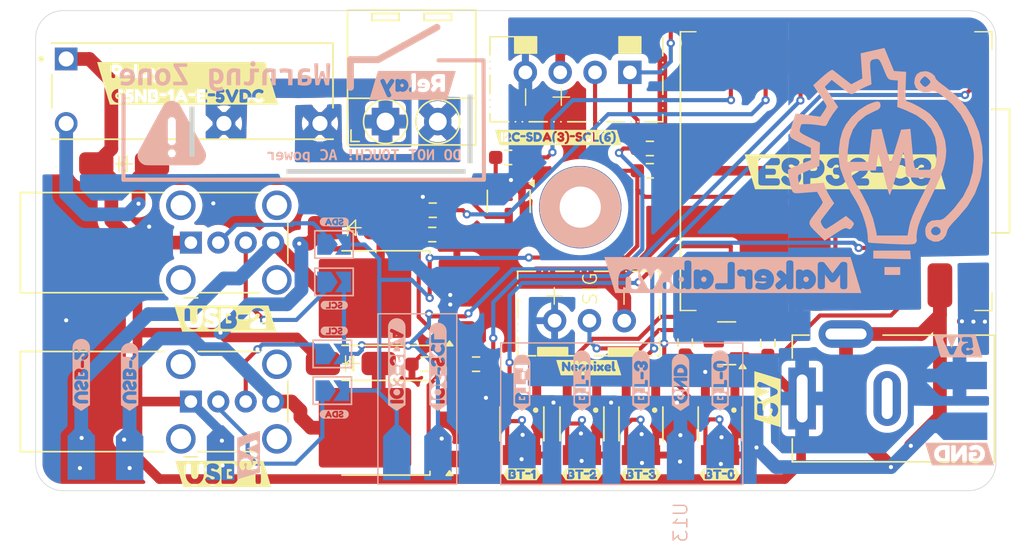
<source format=kicad_pcb>
(kicad_pcb (version 20240108) (generator "pcbnew") (generator_version "8.0")
  (layers (0 "F.Cu" signal) (31 "B.Cu" signal) (34 "B.Paste" user) (35 "F.Paste" user) (36 "B.SilkS" user "B.Silkscreen") (37 "F.SilkS" user "F.Silkscreen") (38 "B.Mask" user) (39 "F.Mask" user) (44 "Edge.Cuts" user))
  (net 0 "")
  (net 3 "GND")
  (net 4 "GPIO_10")
  (net 5 "GPIO_4")
  (net 6 "GPIO_21")
  (net 7 "GPIO_1")
  (net 8 "GPIO_0")
  (net 9 "GPIO_2")
  (net 10 "GPIO_20")
  (net 11 "Net-(J1-D-)")
  (net 12 "Net-(J1-D+)")
  (net 13 "Net-(D1-A)")
  (net 14 "Net-(D2-A)")
  (net 15 "Net-(D3-A)")
  (net 16 "Net-(J2-D+)")
  (net 17 "Net-(J2-D-)")
  (net 18 "GPIO_7")
  (net 19 "Net-(Q1-G)")
  (net 20 "Net-(Q2-G)")
  (net 21 "Net-(Q4-B)")
  (net 22 "3v3_Esp")
  (net 23 "Net-(J4-5V)")
  (net 24 "5v_power")
  (net 25 "Net-(SEAN_Mtiny_Terminal_3.81-Pin_2)")
  (net 26 "Net-(SEAN_Mtiny_Terminal_3.81-Pin_1)")
  (net 27 "GPIO_6-SCL")
  (net 29 "GPIO_3_SDA")
  (net 30 "GPIO_5")
  (footprint "Resistor_SMD:R_0603_1608Metric_Pad0.98x0.95mm_HandSolder" (layer "F.Cu") (at 166.375 104.225 90)
    (property "Reference" "R6" (hide yes))
    (property "Value" "10K")
  )
  (footprint "Resistor_SMD:R_0603_1608Metric_Pad0.98x0.95mm_HandSolder" (layer "F.Cu") (at 141.3455 105.775 180)
    (property "Reference" "R2" (hide yes))
    (property "Value" "10K" (hide yes))
  )
  (footprint "Resistor_SMD:R_0603_1608Metric_Pad0.98x0.95mm_HandSolder" (layer "F.Cu") (at 141.9125 96.325)
    (property "Reference" "R1" (hide yes))
    (property "Value" "10K" (hide yes))
  )
  (footprint "SEAN_Relay:SEAN_RELAY_HF46F" (layer "F.Cu") (at 124.425 85.875)
    (property "Reference" "K1" (hide yes))
    (property "Value" "SEAN_Relay_G5NB" (hide yes))
  )
  (footprint "kibuzzard-66917505" (layer "F.Cu") (at 151.1 89.25)
    (property "Reference" "kibuzzard-66917505" (hide yes))
    (property "Value" "G***" (hide yes))
  )
  (footprint "SEAN_Mtiny:SEAN_Mtiny_Terminal_3.81" (layer "F.Cu") (at 138.5044 88.0889)
    (property "Reference" "SEAN_Mtiny_Terminal_3.81" (hide yes))
    (property "Value" "SEAN_Mtiny_Terminal_3.81")
  )
  (footprint "SEAN_Device_sym:SEAN_Diode_1N4007" (layer "F.Cu") (at 135.975 105.725)
    (property "Reference" "D2" (hide yes))
    (property "Value" "SEAN_D")
  )
  (footprint "kibuzzard-66916E00" (layer "F.Cu") (at 126.675501 113.775)
    (property "Reference" "kibuzzard-66916E00" (hide yes))
    (property "Value" "G***" (hide yes))
  )
  (footprint "kibuzzard-66915CF0" (layer "F.Cu") (at 172.01 91.75)
    (property "Reference" "kibuzzard-66915CF0" (hide yes))
    (property "Value" "G***" (hide yes))
  )
  (footprint "SEAN_Device_sym:SEAN_Diode_1N4007" (layer "F.Cu") (at 136.118 95.825)
    (property "Reference" "D1" (hide yes))
    (property "Value" "SEAN_D")
  )
  (footprint "SEAN_connect:SEAN_Neopixel" (layer "F.Cu") (at 148.2917 102.604 90)
    (property "Reference" "J4" (hide yes))
    (property "Value" "SEAN_Neopixel")
  )
  (footprint "kibuzzard-669170F7" (layer "F.Cu") (at 157.125 113.809514)
    (property "Reference" "kibuzzard-669170F7" (hide yes))
    (property "Value" "G***" (hide yes))
  )
  (footprint "SEAN_MountingHole:SEAN_MountingHole_3mm_isolated" (layer "F.Cu") (at 152.7 94.325)
    (property "Reference" "Hold_keep1" (hide yes))
    (property "Value" "MountingHole")
  )
  (footprint "SEAN_Device_sym:SEAN_Button_4.2x3.3_SMD_V1" (layer "F.Cu") (at 148.45 110.125 -90)
    (property "Reference" "S1" (hide yes))
    (property "Value" "SEAN_Button_4.2x3.3_SMD_V1" (hide yes))
  )
  (footprint "SEAN_connect:SEAN_USB_A_90" (layer "F.Cu") (at 124.315 96.9125)
    (property "Reference" "J1" (hide yes))
    (property "Value" "SEAN_USB_A_90" (hide yes))
  )
  (footprint "SEAN_Mtiny:SEAN_Mtiny_I2C" (layer "F.Cu") (at 156.32 84.5015 -90)
    (property "Reference" "J5" (hide yes))
    (property "Value" "SEAN_MTINY_I2C")
  )
  (footprint "kibuzzard-669170D7" (layer "F.Cu") (at 148.45 113.8)
    (property "Reference" "kibuzzard-669170D7" (hide yes))
    (property "Value" "G***" (hide yes))
  )
  (footprint "Package_TO_SOT_SMD:SOT-23-3" (layer "F.Cu") (at 147.4875 93.9 -90)
    (property "Reference" "Q4" (hide yes))
    (property "Value" "S8050")
  )
  (footprint "kibuzzard-66917101" (layer "F.Cu") (at 162.875 113.810015)
    (property "Reference" "kibuzzard-66917101" (hide yes))
    (property "Value" "G***" (hide yes))
  )
  (footprint "Resistor_SMD:R_0603_1608Metric_Pad0.98x0.95mm_HandSolder" (layer "F.Cu") (at 160.35 104.2 -90)
    (property "Reference" "R9" (hide yes))
    (property "Value" "10K")
  )
  (footprint "Resistor_SMD:R_0603_1608Metric_Pad0.98x0.95mm_HandSolder" (layer "F.Cu") (at 157.775 90.05)
    (property "Reference" "R11" (hide yes))
    (property "Value" "10K")
  )
  (footprint "SEAN_connect:SEAN_USB_A_90" (layer "F.Cu") (at 124.315 108.5)
    (property "Reference" "J2" (hide yes))
    (property "Value" "SEAN_USB_A_90" (hide yes))
  )
  (footprint "kibuzzard-6691741D" (layer "F.Cu") (at 166.35 108.325 90)
    (property "Reference" "kibuzzard-6691741D" (hide yes))
    (property "Value" "G***" (hide yes))
  )
  (footprint "SEAN_MOSFET:SEAN_MOSFET_AOD4184" (layer "F.Cu") (at 138.438 110.4075)
    (property "Reference" "Q2" (hide yes))
    (property "Value" "SEAN_MOSFET_AOD4184" (hide yes))
  )
  (footprint "SEAN_Device_sym:SEAN_Diode_1N4007" (layer "F.Cu") (at 119.45 91.175)
    (property "Reference" "D3" (hide yes))
    (property "Value" "SEAN_D")
  )
  (footprint "SEAN_Device_sym:SEAN_Button_4.2x3.3_SMD_V1" (layer "F.Cu") (at 157.125 110.125 -90)
    (property "Reference" "S3" (hide yes))
    (property "Value" "SEAN_Button_4.2x3.3_SMD_V1" (hide yes))
  )
  (footprint "SEAN_ESP:SEAN_ESP32-C3_SUPERMINI" (layer "F.Cu") (at 172.57 91.7 -90)
    (property "Reference" "U1" (hide yes))
    (property "Value" "SEAN_ESP32-C3_SUPERMINI" (hide yes))
  )
  (footprint "kibuzzard-66916DF7" (layer "F.Cu") (at 126.825 102.45)
    (property "Reference" "kibuzzard-66916DF7" (hide yes))
    (property "Value" "G***" (hide yes))
  )
  (footprint "kibuzzard-66916E83" (layer "F.Cu") (at 153.321582 106.028291)
    (property "Reference" "kibuzzard-66916E83" (hide yes))
    (property "Value" "G***" (hide yes))
  )
  (footprint "Resistor_SMD:R_0603_1608Metric_Pad0.98x0.95mm_HandSolder" (layer "F.Cu") (at 141.95 94.55)
    (property "Reference" "R4" (hide yes))
    (property "Value" "100")
  )
  (footprint "kibuzzard-669170EF" (layer "F.Cu") (at 152.825 113.804507)
    (property "Reference" "kibuzzard-669170EF" (hide yes))
    (property "Value" "G***" (hide yes))
  )
  (footprint "SEAN_Device_sym:SEAN_Button_4.2x3.3_SMD_V1" (layer "F.Cu") (at 162.9 110.125 -90)
    (property "Reference" "S4" (hide yes))
    (property "Value" "SEAN_Button_4.2x3.3_SMD_V1" (hide yes))
  )
  (footprint "SEAN_MOSFET:SEAN_MOSFET_AOD4184" (layer "F.Cu") (at 138.438 100.9575)
    (property "Reference" "Q1" (hide yes))
    (property "Value" "SEAN_MOSFET_AOD4184" (hide yes))
  )
  (footprint "kibuzzard-66915CB6" (layer "F.Cu") (at 124.075 85.3)
    (property "Reference" "kibuzzard-66915CB6" (hide yes))
    (property "Value" "G***" (hide yes))
  )
  (footprint "SEAN_MOSFET:SEAN_MOSFET_bss138" (layer "F.Cu") (at 163.375 104.25 180)
    (property "Reference" "Q5" (hide yes))
    (property "Value" "SEAN_MOSFET_bss138")
  )
  (footprint "Resistor_SMD:R_0603_1608Metric_Pad0.98x0.95mm_HandSolder" (layer "F.Cu") (at 157.775 91.675)
    (property "Reference" "R7" (hide yes))
    (property "Value" "10K")
  )
  (footprint "SEAN_Device_sym:SEAN_Button_4.2x3.3_SMD_V1" (layer "F.Cu") (at 152.825 110.125 -90)
    (property "Reference" "S2" (hide yes))
    (property "Value" "SEAN_Button_4.2x3.3_SMD_V1" (hide yes))
  )
  (footprint "Resistor_SMD:R_0603_1608Metric_Pad0.98x0.95mm_HandSolder" (layer "F.Cu") (at 145.1055 105.775)
    (property "Reference" "R5" (hide yes))
    (property "Value" "100")
  )
  (footprint "SEAN_POWER:SEAN_Jack_DC_5,5_uno_" (layer "F.Cu") (at 168.875 108.275 180)
    (property "Reference" "J3" (hide yes))
    (property "Value" "SEAN_Jack_DC_5,5_uno")
  )
  (footprint "Resistor_SMD:R_0603_1608Metric_Pad0.98x0.95mm_HandSolder" (layer "F.Cu") (at 147.45 90.7 180)
    (property "Reference" "R3" (hide yes))
    (property "Value" "4.7K" (hide yes))
  )
  (footprint "SEAN_GRAPHICS:Alert" (layer "B.Cu") (at 122.925 88.925 180)
    (property "Reference" "G***" (hide yes))
    (property "Value" "LOGO" (hide yes))
  )
  (footprint "kibuzzard-66915B77" (layer "B.Cu") (at 180.25 104.45 180)
    (property "Reference" "kibuzzard-66915B77" (hide yes))
    (property "Value" "G***" (hide yes))
  )
  (footprint "SEAN_connect:SEAN_Hand_Solderring" (layer "B.Cu") (at 180.35 106.6)
    (property "Reference" "U5" (hide yes))
    (property "Value" "~" (hide yes))
  )
  (footprint "Jumper:SolderJumper-2_P1.3mm_Open_TrianglePad1.0x1.5mm" (layer "B.Cu") (at 134.625 107.7)
    (property "Reference" "JP2" (hide yes))
    (property "Value" "SolderJumper_2_Open")
  )
  (footprint "SEAN_connect:SEAN_Hand_Solderring" (layer "B.Cu") (at 160.0125 112.225 -90)
    (property "Reference" "U13")
    (property "Value" "~")
  )
  (footprint "kibuzzard-66935D98" (layer "B.Cu") (at 134.767597 95.4 180)
    (property "Reference" "kibuzzard-66935D98" (hide yes))
    (property "Value" "G***" (hide yes))
  )
  (footprint "SEAN_connect:SEAN_Hand_Solderring" (layer "B.Cu") (at 157.125 112.225 -90)
    (property "Reference" "U4" (hide yes))
    (property "Value" "~" (hide yes))
  )
  (footprint "SEAN_connect:SEAN_Hand_Solderring" (layer "B.Cu") (at 142.325 112.225 -90)
    (property "Reference" "U12" (hide yes))
    (property "Value" "~")
  )
  (footprint "SEAN_connect:SEAN_Hand_Solderring" (layer "B.Cu") (at 139.325 112.225 -90)
    (property "Reference" "U11" (hide yes))
    (property "Value" "~")
  )
  (footprint "kibuzzard-66916D4E" (layer "B.Cu") (at 163.825 99.275 180)
    (property "Reference" "kibuzzard-66916D4E" (hide yes))
    (property "Value" "G***" (hide yes))
  )
  (footprint "Jumper:SolderJumper-2_P1.3mm_Open_TrianglePad1.0x1.5mm" (layer "B.Cu") (at 134.75 99.775)
    (property "Reference" "JP4" (hide yes))
    (property "Value" "SolderJumper_2_Open")
  )
  (footprint "kibuzzard-66935E99" (layer "B.Cu") (at 126.8 84.775 180)
    (property "Reference" "kibuzzard-66935E99" (hide yes))
    (property "Value" "G***" (hide yes))
  )
  (footprint "kibuzzard-66920A01" (layer "B.Cu") (at 160.0125 107.106497 90)
    (property "Reference" "kibuzzard-66920A01" (hide yes))
    (property "Value" "G***" (hide yes))
  )
  (footprint "SEAN_connect:SEAN_Hand_Solderring" (layer "B.Cu") (at 162.9 112.225 -90)
    (property "Reference" "U2" (hide yes))
    (property "Value" "~")
  )
  (footprint "SEAN_connect:SEAN_Hand_Solderring" (layer "B.Cu") (at 148.45 112.225 -90)
    (property "Reference" "U6" (hide yes))
    (property "Value" "~" (hide yes))
  )
  (footprint "Jumper:SolderJumper-2_P1.3mm_Open_TrianglePad1.0x1.5mm" (layer "B.Cu") (at 134.75 97.05)
    (property "Reference" "JP3" (hide yes))
    (property "Value" "SolderJumper_2_Open")
  )
  (footprint "SEAN_GRAPHICS:ONLY_LOGO_MAKERLAB" (layer "B.Cu") (at 174.975 91.025 180)
    (property "Reference" "G***" (hide yes))
    (property "Value" "LOGO" (hide yes))
  )
  (footprint "kibuzzard-66938FC6" (layer "B.Cu") (at 136.925 90.6 180)
    (property "Reference" "kibuzzard-66938FC6" (hide yes))
    (property "Value" "G***" (hide yes))
  )
  (footprint "Jumper:SolderJumper-2_P1.3mm_Open_TrianglePad1.0x1.5mm" (layer "B.Cu") (at 134.625 105.025)
    (property "Reference" "JP1" (hide yes))
    (property "Value" "SolderJumper_2_Open")
  )
  (footprint "kibuzzard-66935DA9" (layer "B.Cu") (at 134.767597 101.475 180)
    (property "Reference" "kibuzzard-66935DA9" (hide yes))
    (property "Value" "G***" (hide yes))
  )
  (footprint "SEAN_connect:SEAN_Hand_Solderring" (layer "B.Cu") (at 119.85 112.225 -90)
    (property "Reference" "U9" (hide yes))
    (property "Value" "~" (hide yes))
  )
  (footprint "kibuzzard-66915B67" (layer "B.Cu") (at 180.35 112.325 180)
    (property "Reference" "kibuzzard-66915B67" (hide yes))
    (property "Value" "G***" (hide yes))
  )
  (footprint "kibuzzard-66915BCA" (layer "B.Cu") (at 119.85 106.70521 90)
    (property "Reference" "kibuzzard-66915BCA" (hide yes))
    (property "Value" "G***" (hide yes))
  )
  (footprint "kibuzzard-669206A7" (layer "B.Cu") (at 142.325 105.966416 90)
    (property "Reference" "kibuzzard-669206A7" (hide yes))
    (property "Value" "G***" (hide yes))
  )
  (footprint "SEAN_connect:SEAN_Hand_Solderring" (layer "B.Cu") (at 152.825 112.225 -90)
    (property "Reference" "U7" (hide yes))
    (property "Value" "~" (hide yes))
  )
  (footprint "kibuzzard-66915A1E" (layer "B.Cu") (at 148.45 107.130699 90)
    (property "Reference" "kibuzzard-66915A1E" (hide yes))
    (property "Value" "G***" (hide yes))
  )
  (footprint "kibuzzard-66917287" (layer "B.Cu") (at 128.525 112.4 90)
    (property "Reference" "kibuzzard-66917287" (hide yes))
    (property "Value" "G***" (hide yes))
  )
  (footprint "kibuzzard-66935D98" (layer "B.Cu") (at 134.767597 109.425 180)
    (property "Reference" "kibuzzard-66935D98" (hide yes))
    (property "Value" "G***" (hide yes))
  )
  (footprint "SEAN_connect:SEAN_Hand_Solderring" (layer "B.Cu") (at 180.375 110.3)
    (property "Reference" "U8" (hide yes))
    (property "Value" "~" (hide yes))
  )
  (footprint "SEAN_connect:SEAN_Hand_Solderring" (layer "B.Cu") (at 126.475 112.225 -90)
    (property "Reference" "U3" (hide yes))
    (property "Value" "~")
  )
  (footprint "kibuzzard-66920690" (layer "B.Cu") (at 139.325 105.801657 90)
    (property "Reference" "kibuzzard-66920690" (hide yes))
    (property "Value" "G***" (hide yes))
  )
  (footprint "kibuzzard-66915A71" (layer "B.Cu") (at 162.9 106.975 90)
    (property "Reference" "kibuzzard-66915A71" (hide yes))
    (property "Value" "G***" (hide yes))
  )
  (footprint "SEAN_connect:SEAN_Hand_Solderring" (layer "B.Cu") (at 116.325 112.2 -90)
    (property "Reference" "U10" (hide yes))
    (property "Value" "~" (hide yes))
  )
  (footprint "kibuzzard-66916FF3" (layer "B.Cu") (at 140.475 85.45 180)
    (property "Reference" "kibuzzard-66916FF3" (hide yes))
    (property "Value" "G***" (hide yes))
  )
  (footprint "kibuzzard-66915BD3" (layer "B.Cu") (at 116.325 106.555711 90)
    (property "Reference" "kibuzzard-66915BD3" (hide yes))
    (property "Value" "G***" (hide yes))
  )
  (footprint "kibuzzard-66915A63" (layer "B.Cu") (at 152.825 106.975835 90)
    (property "Reference" "kibuzzard-66915A63" (hide yes))
    (property "Value" "G***" (hide yes))
  )
  (footprint "kibuzzard-66915A6A" (layer "B.Cu") (at 157.125 106.975596 90)
    (property "Reference" "kibuzzard-66915A6A" (hide yes))
    (property "Value" "G***" (hide yes))
  )
  (footprint "kibuzzard-66935DA9" (layer "B.Cu") (at 134.767597 103.35 180)
    (property "Reference" "kibuzzard-66935DA9" (hide yes))
    (property "Value" "G***" (hide yes))
  )
  (gr_line (start 119.409375 86.175) (end 119.4 92.325) (stroke (width 0.3)) (layer "B.SilkS"))
  (gr_line (start 137.9625 83.575) (end 142.25625 81.2125) (stroke (width 0.5)) (layer "B.SilkS"))
  (gr_rect (start 146.9 104.225) (end 164.55 114.55) (stroke (width 0.1)) (fill none) (layer "B.SilkS"))
  (gr_line (start 135.95 83.575) (end 137.9625 83.575) (stroke (width 0.5)) (layer "B.SilkS"))
  (gr_line (start 142.36875 83.625) (end 145.65 83.625) (stroke (width 0.3)) (layer "B.SilkS"))
  (gr_line (start 119.4 92.325) (end 145.625 92.325) (stroke (width 0.3)) (layer "B.SilkS"))
  (gr_line (start 145.65 83.625) (end 145.68125 92.325) (stroke (width 0.3)) (layer "B.SilkS"))
  (gr_rect (start 137.95 102.1) (end 143.7 114.525) (stroke (width 0.1)) (fill none) (layer "B.SilkS"))
  (gr_line (start 135.95 83.575) (end 135.95 85.5875) (stroke (width 0.5)) (layer "B.SilkS"))
  (gr_arc (start 183 113) (mid 182.414214 114.414214) (end 181 115) (stroke (width 0.05)) (layer "Edge.Cuts"))
  (gr_poly (pts (xy 144.475 86.120468) (xy 144.85 86.120468) (xy 144.85 91.125) (xy 144.475 91.125)) (fill solid) (layer "Edge.Cuts"))
  (gr_arc (start 113 82) (mid 113.585786 80.585786) (end 115 80) (stroke (width 0.05)) (layer "Edge.Cuts"))
  (gr_arc (start 181 80) (mid 182.414214 80.585786) (end 183 82) (stroke (width 0.05)) (layer "Edge.Cuts"))
  (gr_poly (pts (xy 131.279056 91.54973) (xy 144.35 91.54973) (xy 144.35 91.9) (xy 131.279056 91.9)) (fill solid) (layer "Edge.Cuts"))
  (gr_poly (pts (xy 124.207754 86.995543) (xy 124.582754 86.995543) (xy 124.582754 90.650075) (xy 124.207754 90.650075)) (fill solid) (layer "Edge.Cuts"))
  (gr_line (start 181 115) (end 115 115) (stroke (width 0.05)) (layer "Edge.Cuts"))
  (gr_arc (start 115 115) (mid 113.585786 114.414214) (end 113 113) (stroke (width 0.05)) (layer "Edge.Cuts"))
  (gr_line (start 183 82) (end 183 113) (stroke (width 0.05)) (layer "Edge.Cuts"))
  (gr_line (start 113 113) (end 113 82) (stroke (width 0.05)) (layer "Edge.Cuts"))
  (gr_line (start 115 80) (end 181 80) (stroke (width 0.05)) (layer "Edge.Cuts"))
  (segment (start 142.825 96.325) (end 145.975 96.325) (width 1) (layer "F.Cu") (net 3))
  (segment (start 172.075 103.575) (end 172 103.65) (width 1) (layer "F.Cu") (net 3))
  (segment (start 178.92 99.32) (end 178.92 109.605) (width 1) (layer "F.Cu") (net 3))
  (segment (start 145.675 101.81005) (end 145.289948 101.424998) (width 0.3) (layer "F.Cu") (net 3))
  (segment (start 145.289948 101.424998) (end 143.225 101.424998) (width 0.3) (layer "F.Cu") (net 3))
  (segment (start 150.75 109.4) (end 150.75 108.6) (width 0.3) (layer "F.Cu") (net 3))
  (segment (start 146.825 97.175) (end 146.825 97.85) (width 1) (layer "F.Cu") (net 3))
  (segment (start 153.9 107.85) (end 153.9 110.575) (width 0.3) (layer "F.Cu") (net 3))
  (segment (start 163.975 112.4) (end 165 112.4) (width 0.3) (layer "F.Cu") (net 3))
  (segment (start 178.92 99.32) (end 178.92 102.205) (width 1) (layer "F.Cu") (net 3))
  (segment (start 172.075 109.999988) (end 175.350012 113.275) (width 1) (layer "F.Cu") (net 3))
  (segment (start 145.9975 98.6775) (end 143.708 98.6775) (width 1) (layer "F.Cu") (net 3))
  (segment (start 146.825 97.85) (end 148.65 99.675) (width 1) (layer "F.Cu") (net 3))
  (segment (start 154.65 99.675) (end 155.9117 100.9367) (width 1) (layer "F.Cu") (net 3))
  (segment (start 143.8055 108.225) (end 143.708 108.1275) (width 1) (layer "F.Cu") (net 3))
  (segment (start 165 112.4) (end 165.55 111.85) (width 0.3) (layer "F.Cu") (net 3))
  (segment (start 158.550002 109.85) (end 159.750002 108.65) (width 0.3) (layer "F.Cu") (net 3))
  (segment (start 158.2 109.85) (end 158.550002 109.85) (width 0.3) (layer "F.Cu") (net 3))
  (segment (start 149.525 110.625) (end 150.75 109.4) (width 0.3) (layer "F.Cu") (net 3))
  (segment (start 158.2 107.85) (end 158.2 109.85) (width 0.3) (layer "F.Cu") (net 3))
  (segment (start 148.65 99.675) (end 154.65 99.675) (width 1) (layer "F.Cu") (net 3))
  (segment (start 145.975 96.325) (end 146.825 97.175) (width 1) (layer "F.Cu") (net 3))
  (segment (start 140.433 105.775) (end 141.633 104.575) (width 0.3) (layer "F.Cu") (net 3))
  (segment (start 141.633 104.575) (end 145.125 104.575) (width 0.3) (layer "F.Cu") (net 3))
  (segment (start 143.225 99.1605) (end 143.708 98.6775) (width 1) (layer "F.Cu") (net 3))
  (segment (start 153.9 110.575) (end 154.95 109.525) (width 0.3) (layer "F.Cu") (net 3))
  (segment (start 153.9 110.575) (end 153.9 112.4) (width 0.3) (layer "F.Cu") (net 3))
  (segment (start 178.92 109.605) (end 176.8 111.725) (width 1) (layer "F.Cu") (net 3))
  (segment (start 178.92 102.205) (end 177.55 103.575) (width 1) (layer "F.Cu") (net 3))
  (segment (start 145.675 104.025) (end 145.675 101.81005) (width 0.3) (layer "F.Cu") (net 3))
  (segment (start 149.525 110.625) (end 149.525 112.4) (width 0.3) (layer "F.Cu") (net 3))
  (segment (start 154.95 109.525) (end 154.95 108.575) (width 0.3) (layer "F.Cu") (net 3))
  (segment (start 143.225 100.724995) (end 143.225 99.1605) (width 1) (layer "F.Cu") (net 3))
  (segment (start 145.825 108.225) (end 143.8055 108.225) (width 1) (layer "F.Cu") (net 3))
  (segment (start 145.125 104.575) (end 145.675 104.025) (width 0.3) (layer "F.Cu") (net 3))
  (segment (start 158.2 109.85) (end 158.2 112.4) (width 0.3) (layer "F.Cu") (net 3))
  (segment (start 177.55 103.575) (end 172.075 103.575) (width 1) (layer "F.Cu") (net 3))
  (segment (start 148.024994 92.349994) (end 147.65 92.349994) (width 0.3) (layer "F.Cu") (net 3))
  (segment (start 155.9117 100.9367) (end 155.9117 102.604) (width 1) (layer "F.Cu") (net 3))
  (segment (start 172.075 103.575) (end 172.075 109.999988) (width 1) (layer "F.Cu") (net 3))
  (segment (start 146.825 97.85) (end 145.9975 98.6775) (width 1) (layer "F.Cu") (net 3))
  (segment (start 149.525 107.85) (end 149.525 110.625) (width 0.3) (layer "F.Cu") (net 3))
  (segment (start 143.225 100.724995) (end 143.225 101.424998) (width 1) (layer "F.Cu") (net 3))
  (segment (start 163.975 107.85) (end 163.975 112.4) (width 0.3) (layer "F.Cu") (net 3))
  (segment (start 148.4375 92.7625) (end 148.024994 92.349994) (width 0.3) (layer "F.Cu") (net 3))
  (via (at 159.750002 108.575) (size 0.6) (drill 0.3) (layers "F.Cu" "B.Cu") (net 3))
  (via (at 115.225 102.575) (size 0.6) (drill 0.3) (layers "F.Cu" "B.Cu") (net 3))
  (via (at 150.75 108.575) (size 0.6) (drill 0.3) (layers "F.Cu" "B.Cu") (net 3))
  (via (at 160 110.95) (size 0.6) (drill 0.3) (layers "F.Cu" "B.Cu") (net 3))
  (via (at 165.55 111.85) (size 0.6) (drill 0.3) (layers "F.Cu" "B.Cu") (net 3))
  (via (at 125.95 94.05) (size 0.6) (drill 0.3) (layers "F.Cu" "B.Cu") (net 3))
  (via (at 175.350012 113.275) (size 0.6) (drill 0.3) (layers "F.Cu" "B.Cu") (net 3))
  (via (at 121.275 95.75) (size 0.6) (drill 0.3) (layers "F.Cu" "B.Cu") (net 3))
  (via (at 176.8 111.725) (size 0.6) (drill 0.3) (layers "F.Cu" "B.Cu") (net 3))
  (via (at 143.225 101.424998) (size 0.6) (drill 0.3) (layers "F.Cu" "B.Cu") (net 3))
  (via (at 141.225 93.575) (size 0.6) (drill 0.3) (layers "F.Cu" "B.Cu") (net 3))
  (via (at 154.95 108.575) (size 0.6) (drill 0.3) (layers "F.Cu" "B.Cu") (net 3))
  (via (at 143.225 100.724995) (size 0.6) (drill 0.3) (layers "F.Cu" "B.Cu") (net 3))
  (via (at 145.825 108.225) (size 0.6) (drill 0.3) (layers "F.Cu" "B.Cu") (net 3))
  (via (at 159.975 112.875) (size 0.6) (drill 0.3) (layers "F.Cu" "B.Cu") (net 3))
  (via (at 147.65 92.349994) (size 0.6) (drill 0.3) (layers "F.Cu" "B.Cu") (net 3))
  (segment (start 160.0125 112.225) (end 159.975 112.875) (width 1) (layer "B.Cu") (net 3))
  (segment (start 140.25 94.55) (end 140.25 98.052082) (width 1) (layer "B.Cu") (net 3))
  (segment (start 165.55 108.775) (end 165.35 108.575) (width 1) (layer "B.Cu") (net 3))
  (segment (start 122.3 92.4) (end 121.625 93.075) (width 0.15) (layer "B.Cu") (net 3))
  (segment (start 155.225 108.575) (end 159.374999 108.575001) (width 1) (layer "B.Cu") (net 3))
  (segment (start 148.7 91.3) (end 148.7 84.5015) (width 1) (layer "B.Cu") (net 3))
  (segment (start 159.374999 108.575001) (end 159.675003 108.575001) (width 0.3) (layer "B.Cu") (net 3))
  (segment (start 150.174998 108.55) (end 150.224999 108.600001) (width 1) (layer "B.Cu") (net 3))
  (segment (start 141.225 93.575) (end 141.35 93.45) (width 1) (layer "B.Cu") (net 3))
  (segment (start 178.325012 110.3) (end 175.350012 113.275) (width 1) (layer "B.Cu") (net 3))
  (segment (start 148.25 108.55) (end 150.174998 108.55) (width 1) (layer "B.Cu") (net 3))
  (segment (start 143.225 103.525) (end 143.225 101.424998) (width 1) (layer "B.Cu") (net 3))
  (segment (start 143.225 101.027082) (end 143.225 101.424998) (width 1) (layer "B.Cu") (net 3))
  (segment (start 141.35 93.45) (end 146.55 93.45) (width 1) (layer "B.Cu") (net 3))
  (segment (start 141.225 93.575) (end 140.25 94.55) (width 1) (layer "B.Cu") (net 3))
  (segment (start 121.625 95.4) (end 121.275 95.75) (width 0.15) (layer "B.Cu") (net 3))
  (segment (start 180.375 110.3) (end 178.325012 110.3) (width 1) (layer "B.Cu") (net 3))
  (segment (start 146.327 106.627) (end 146.327 107.723) (width 1) (layer "B.Cu") (net 3))
  (segment (start 140.25 98.052082) (end 143.225 101.027082) (width 1) (layer "B.Cu") (net 3))
  (segment (start 124.75 92.4) (end 122.3 92.4) (width 0.15) (layer "B.Cu") (net 3))
  (segment (start 150.224999 108.600001) (end 150.749999 108.600001) (width 0.3) (layer "B.Cu") (net 3))
  (segment (start 155.225 108.575) (end 155.2 108.55) (width 1) (layer "B.Cu") (net 3))
  (segment (start 146.327 107.723) (end 145.825 108.225) (width 1) (layer "B.Cu") (net 3))
  (segment (start 160 108.575001) (end 159.374999 108.575001) (width 1) (layer "B.Cu") (net 3))
  (segment (start 150.749999 108.600001) (end 150.75 108.6) (width 0.3) (layer "B.Cu") (net 3))
  (segment (start 121.625 93.075) (end 121.625 95.4) (width 0.15) (layer "B.Cu") (net 3))
  (segment (start 166.975 113.275) (end 175.350012 113.275) (width 1) (layer "B.Cu") (net 3))
  (segment (start 165.55 111.85) (end 165.55 108.775) (width 1) (layer "B.Cu") (net 3))
  (segment (start 165.35 108.575) (end 160 108.575001) (width 1) (layer "B.Cu") (net 3))
  (segment (start 125.95 93.6) (end 124.75 92.4) (width 0.15) (layer "B.Cu") (net 3))
  (segment (start 146.327 106.627) (end 143.225 103.525) (width 1) (layer "B.Cu") (net 3))
  (segment (start 160.0125 108.587501) (end 160 108.575001) (width 1) (layer "B.Cu") (net 3))
  (segment (start 146.327 106.627) (end 148.25 108.55) (width 1) (layer "B.Cu") (net 3))
  (segment (start 165.55 111.85) (end 166.975 113.275) (width 1) (layer "B.Cu") (net 3))
  (segment (start 159.975 112.875) (end 160 110.95) (width 1) (layer "B.Cu") (net 3))
  (segment (start 125.95 94.05) (end 125.95 93.6) (width 0.15) (layer "B.Cu") (net 3))
  (segment (start 160 110.95) (end 160.0125 108.587501) (width 1) (layer "B.Cu") (net 3))
  (segment (start 146.55 93.45) (end 148.7 91.3) (width 1) (layer "B.Cu") (net 3))
  (segment (start 155.2 108.55) (end 150.275 108.55) (width 1) (layer "B.Cu") (net 3))
  (segment (start 150.275 108.55) (end 150.224999 108.600001) (width 1) (layer "B.Cu") (net 3))
  (segment (start 159.675003 108.575001) (end 159.750002 108.65) (width 0.3) (layer "B.Cu") (net 3))
  (segment (start 155.225 108.575) (end 154.95 108.575) (width 0.3) (layer "B.Cu") (net 3))
  (segment (start 146.358332 105.434668) (end 146.358332 103.873148) (width 0.3) (layer "F.Cu") (net 4))
  (segment (start 146.018 105.775) (end 146.358332 105.434668) (width 0.3) (layer "F.Cu") (net 4))
  (segment (start 168.76 84.08) (end 168.76 86.539988) (width 0.3) (layer "F.Cu") (net 4))
  (segment (start 168.76 86.539988) (end 168.749997 86.549991) (width 0.3) (layer "F.Cu") (net 4))
  (via (at 168.749997 86.549991) (size 0.6) (drill 0.3) (layers "F.Cu" "B.Cu") (net 4))
  (via (at 146.358332 103.873148) (size 0.6) (drill 0.3) (layers "F.Cu" "B.Cu") (net 4))
  (segment (start 146.358332 103.873148) (end 146.358332 101.259561) (width 0.3) (layer "B.Cu") (net 4))
  (segment (start 157.725 97.607106) (end 157.725 97.574988) (width 0.3) (layer "B.Cu") (net 4))
  (segment (start 155.982107 99.35) (end 157.725 97.607106) (width 0.3) (layer "B.Cu") (net 4))
  (segment (start 157.725 97.574988) (end 168.749997 86.549991) (width 0.3) (layer "B.Cu") (net 4))
  (segment (start 146.358332 101.259561) (end 148.267893 99.35) (width 0.3) (layer "B.Cu") (net 4))
  (segment (start 148.267893 99.35) (end 155.982107 99.35) (width 0.3) (layer "B.Cu") (net 4))
  (segment (start 173.55 97.3) (end 173 97.3) (width 0.3) (layer "F.Cu") (net 5))
  (segment (start 158.825 104.25) (end 158.825 106.325) (width 0.3) (layer "F.Cu") (net 5))
  (segment (start 161.825 109.325) (end 161.825 109.75) (width 0.3) (layer "F.Cu") (net 5))
  (segment (start 161.825 110.1) (end 162.125002 109.799998) (width 0.3) (layer "F.Cu") (net 5))
  (segment (start 161.825 109.75) (end 161.825 110.1) (width 0.3) (layer "F.Cu") (net 5))
  (segment (start 173.84 97.59) (end 173.55 97.3) (width 0.3) (layer "F.Cu") (net 5))
  (segment (start 173.84 99.32) (end 173.84 97.59) (width 0.3) (layer "F.Cu") (net 5))
  (segment (start 161.825 110.1) (end 161.825 112.4) (width 0.3) (layer "F.Cu") (net 5))
  (segment (start 162.125002 109.799998) (end 162.85 109.799998) (width 0.3) (layer "F.Cu") (net 5))
  (segment (start 158.825 106.325) (end 161.825 109.325) (width 0.3) (layer "F.Cu") (net 5))
  (segment (start 161.825 107.85) (end 161.825 109.75) (width 0.3) (layer "F.Cu") (net 5))
  (via (at 158.825 104.25) (size 0.6) (drill 0.3) (layers "F.Cu" "B.Cu") (net 5))
  (via (at 163 111.1) (size 0.6) (drill 0.3) (layers "F.Cu" "B.Cu") (net 5))
  (via (at 162.95 113.05) (size 0.6) (drill 0.3) (layers "F.Cu" "B.Cu") (net 5))
  (via (at 173 97.3) (size 0.6) (drill 0.3) (layers "F.Cu" "B.Cu") (net 5))
  (via (at 162.85 109.799998) (size 0.6) (drill 0.3) (layers "F.Cu" "B.Cu") (net 5))
  (segment (start 163 111.1) (end 162.9 111) (width 0.3) (layer "B.Cu") (net 5))
  (segment (start 162.9 111) (end 162.9 109.849998) (width 0.3) (layer "B.Cu") (net 5))
  (segment (start 162.9 109.849998) (end 162.85 109.799998) (width 0.3) (layer "B.Cu") (net 5))
  (segment (start 160.216212 96.923) (end 158.825 98.314212) (width 0.3) (layer "B.Cu") (net 5))
  (segment (start 173 97.3) (end 172.623 96.923) (width 0.3) (layer "B.Cu") (net 5))
  (segment (start 172.623 96.923) (end 160.216212 96.923) (width 0.3) (layer "B.Cu") (net 5))
  (segment (start 162.9 112.225) (end 162.9 111.2) (width 0.3) (layer "B.Cu") (net 5))
  (segment (start 162.9 111.2) (end 163 111.1) (width 0.3) (layer "B.Cu") (net 5))
  (segment (start 158.825 98.314212) (end 158.825 104.25) (width 0.3) (layer "B.Cu") (net 5))
  (segment (start 150.3 90.7) (end 150.675 90.325) (width 0.3) (layer "F.Cu") (net 6))
  (segment (start 163.68 86.355) (end 163.7 86.375) (width 0.3) (layer "F.Cu") (net 6))
  (segment (start 163.68 84.08) (end 163.68 86.355) (width 0.3) (layer "F.Cu") (net 6))
  (segment (start 148.3625 90.7) (end 150.3 90.7) (width 0.3) (layer "F.Cu") (net 6))
  (via (at 163.690004 86.525) (size 0.6) (drill 0.3) (layers "F.Cu" "B.Cu") (net 6))
  (via (at 150.675 90.325) (size 0.6) (drill 0.3) (layers "F.Cu" "B.Cu") (net 6))
  (segment (start 163.690004 86.525) (end 152.15 86.525) (width 0.3) (layer "B.Cu") (net 6))
  (segment (start 150.675 88) (end 150.675 90.325) (width 0.3) (layer "B.Cu") (net 6))
  (segment (start 152.15 86.525) (end 150.675 88) (width 0.3) (layer "B.Cu") (net 6))
  (segment (start 156.95 103.925) (end 153.61005 103.925) (width 0.3) (layer "F.Cu") (net 7))
  (segment (start 151.75 105.78505) (end 151.75 107.85) (width 0.3) (layer "F.Cu") (net 7))
  (segment (start 153.61005 103.925) (end 151.75 105.78505) (width 0.3) (layer "F.Cu") (net 7))
  (segment (start 152.575 110.1) (end 152.825 109.85) (width 0.3) (layer "F.Cu") (net 7))
  (segment (start 151.75 110.1) (end 152.575 110.1) (width 0.3) (layer "F.Cu") (net 7))
  (segment (start 166.22 99.32) (end 166.22 101.105) (width 0.3) (layer "F.Cu") (net 7))
  (segment (start 165 102.325) (end 158.55 102.325) (width 0.3) (layer "F.Cu") (net 7))
  (segment (start 158.55 102.325) (end 156.95 103.925) (width 0.3) (layer "F.Cu") (net 7))
  (segment (start 151.75 107.85) (end 151.75 110.1) (width 0.3) (layer "F.Cu") (net 7))
  (segment (start 151.75 110.1) (end 151.75 112.4) (width 0.3) (layer "F.Cu") (net 7))
  (segment (start 166.22 101.105) (end 165 102.325) (width 0.3) (layer "F.Cu") (net 7))
  (via (at 152.825 109.85) (size 0.6) (drill 0.3) (layers "F.Cu" "B.Cu") (net 7))
  (via (at 152.75 110.825) (size 0.6) (drill 0.3) (layers "F.Cu" "B.Cu") (net 7))
  (via (at 152.8 112.825) (size 0.6) (drill 0.3) (layers "F.Cu" "B.Cu") (net 7))
  (segment (start 152.825 112.225) (end 152.825 110.9) (width 0.3) (layer "B.Cu") (net 7))
  (segment (start 152.825 110.75) (end 152.825 109.85) (width 0.3) (layer "B.Cu") (net 7))
  (segment (start 152.825 110.9) (end 152.75 110.825) (width 0.3) (layer "B.Cu") (net 7))
  (segment (start 152.75 110.825) (end 152.825 110.75) (width 0.3) (layer "B.Cu") (net 7))
  (segment (start 163.675 99.315) (end 163.675 97.175) (width 0.3) (layer "F.Cu") (net 8))
  (segment (start 147.375 107.85) (end 147.375 109.925) (width 0.3) (layer "F.Cu") (net 8))
  (segment (start 147.55 105.65) (end 147.55 107.675) (width 0.3) (layer "F.Cu") (net 8))
  (segment (start 163.68 99.32) (end 163.675 99.315) (width 0.3) (layer "F.Cu") (net 8))
  (segment (start 147.375 109.925) (end 147.375 112.4) (width 0.3) (layer "F.Cu") (net 8))
  (segment (start 148.375 109.925) (end 148.45 109.85) (width 0.3) (layer "F.Cu") (net 8))
  (segment (start 147.55 107.675) (end 147.375 107.85) (width 0.3) (layer "F.Cu") (net 8))
  (segment (start 163.675 97.175) (end 159.575 97.175) (width 0.3) (layer "F.Cu") (net 8))
  (segment (start 159.575 97.175) (end 156.95 99.8) (width 0.3) (layer "F.Cu") (net 8))
  (segment (start 147.375 109.925) (end 148.375 109.925) (width 0.3) (layer "F.Cu") (net 8))
  (via (at 148.45 109.85) (size 0.6) (drill 0.3) (layers "F.Cu" "B.Cu") (net 8))
  (via (at 156.95 99.8) (size 0.6) (drill 0.3) (layers "F.Cu" "B.Cu") (net 8))
  (via (at 148.5 110.925) (size 0.6) (drill 0.3) (layers "F.Cu" "B.Cu") (net 8))
  (via (at 148.425 112.7) (size 0.6) (drill 0.3) (layers "F.Cu" "B.Cu") (net 8))
  (via (at 147.55 105.65) (size 0.6) (drill 0.3) (layers "F.Cu" "B.Cu") (net 8))
  (segment (start 148.45 110.875) (end 148.45 109.85) (width 0.3) (layer "B.Cu") (net 8))
  (segment (start 148.475 99.85) (end 147.55 100.775) (width 0.3) (layer "B.Cu") (net 8))
  (segment (start 148.45 110.975) (end 148.5 110.925) (width 0.3) (layer "B.Cu") (net 8))
  (segment (start 148.45 112.225) (end 148.45 110.975) (width 0.3) (layer "B.Cu") (net 8))
  (segment (start 156.95 99.8) (end 156.9 99.85) (width 0.3) (layer "B.Cu") (net 8))
  (segment (start 147.55 100.775) (end 147.55 105.65) (width 0.3) (layer "B.Cu") (net 8))
  (segment (start 148.5 110.925) (end 148.45 110.875) (width 0.3) (layer "B.Cu") (net 8))
  (segment (start 156.9 99.85) (end 148.475 99.85) (width 0.3) (layer "B.Cu") (net 8))
  (segment (start 166.3625 103.3) (end 164.3125 103.3) (width 0.3) (layer "F.Cu") (net 9))
  (segment (start 167.9375 103.3125) (end 166.375 103.3125) (width 0.3) (layer "F.Cu") (net 9))
  (segment (start 168.76 99.32) (end 168.76 102.49) (width 0.3) (layer "F.Cu") (net 9))
  (segment (start 168.76 102.49) (end 167.9375 103.3125) (width 0.3) (layer "F.Cu") (net 9))
  (segment (start 166.375 103.3125) (end 166.3625 103.3) (width 0.3) (layer "F.Cu") (net 9))
  (segment (start 166.215009 84.084991) (end 166.215009 86.524995) (width 0.3) (layer "F.Cu") (net 10))
  (segment (start 142.8625 94.55) (end 144.137075 94.55) (width 0.3) (layer "F.Cu") (net 10))
  (segment (start 166.22 84.08) (end 166.215009 84.084991) (width 0.3) (layer "F.Cu") (net 10))
  (segment (start 144.137075 94.55) (end 144.437075 94.85) (width 0.3) (layer "F.Cu") (net 10))
  (via (at 144.437075 94.85) (size 0.6) (drill 0.3) (layers "F.Cu" "B.Cu") (net 10))
  (via (at 166.215009 86.524995) (size 0.6) (drill 0.3) (layers "F.Cu" "B.Cu") (net 10))
  (segment (start 154.737384 87.55) (end 147.437384 94.85) (width 0.3) (layer "B.Cu") (net 10))
  (segment (start 166.215009 86.524995) (end 165.190004 87.55) (width 0.3) (layer "B.Cu") (net 10))
  (segment (start 165.190004 87.55) (end 154.737384 87.55) (width 0.3) (layer "B.Cu") (net 10))
  (segment (start 147.437384 94.85) (end 144.437075 94.85) (width 0.3) (layer "B.Cu") (net 10))
  (segment (start 131.797919 95.499999) (end 133.229999 95.499999) (width 0.3) (layer "B.Cu") (net 11))
  (segment (start 126.315 96.9125) (end 127.61 95.6175) (width 0.3) (layer "B.Cu") (net 11))
  (segment (start 134.025 96.295) (end 134.025 97.05) (width 0.3) (layer "B.Cu") (net 11))
  (segment (start 127.61 95.6175) (end 131.680418 95.6175) (width 0.3) (layer "B.Cu") (net 11))
  (segment (start 133.229999 95.499999) (end 134.025 96.295) (width 0.3) (layer "B.Cu") (net 11))
  (segment (start 131.680418 95.6175) (end 131.797919 95.499999) (width 0.3) (layer "B.Cu") (net 11))
  (segment (start 128.315 96.9125) (end 128.315 101.215) (width 0.3) (layer "F.Cu") (net 12))
  (segment (start 128.315 101.215) (end 129.65 102.55) (width 0.3) (layer "F.Cu") (net 12))
  (via (at 129.65 102.55) (size 0.6) (drill 0.3) (layers "F.Cu" "B.Cu") (net 12))
  (segment (start 132.005 102.55) (end 129.65 102.55) (width 0.3) (layer "B.Cu") (net 12))
  (segment (start 134.025 99.775) (end 134.025 100.53) (width 0.3) (layer "B.Cu") (net 12))
  (segment (start 134.025 100.53) (end 132.005 102.55) (width 0.3) (layer "B.Cu") (net 12))
  (segment (start 138.15 95.825) (end 138.15 99.8155) (width 0.6) (layer "F.Cu") (net 13))
  (segment (start 134.42023 100.9575) (end 137.008 100.9575) (width 1) (layer "F.Cu") (net 13))
  (segment (start 130.37523 96.9125) (end 134.42023 100.9575) (width 1) (layer "F.Cu") (net 13))
  (segment (start 130.315 96.9125) (end 130.37523 96.9125) (width 1) (layer "F.Cu") (net 13))
  (segment (start 138.15 99.8155) (end 137.008 100.9575) (width 0.6) (layer "F.Cu") (net 13))
  (via (at 116.35 111.15) (size 0.6) (drill 0.3) (layers "F.Cu" "B.Cu") (net 13))
  (via (at 116.225 113.35) (size 0.6) (drill 0.3) (layers "F.Cu" "B.Cu") (net 13))
  (segment (start 116.325 111.175) (end 116.325 112.2) (width 1) (layer "B.Cu") (net 13))
  (segment (start 124.127944 102.125) (end 121.225 102.125) (width 1) (layer "B.Cu") (net 13))
  (segment (start 116.325 111.125) (end 116.35 111.15) (width 1) (layer "B.Cu") (net 13))
  (segment (start 116.35 111.15) (end 116.325 111.175) (width 1) (layer "B.Cu") (net 13))
  (segment (start 126.727944 99.525) (end 124.127944 102.125) (width 1) (layer "B.Cu") (net 13))
  (segment (start 116.325 107.025) (end 116.325 111.125) (width 1) (layer "B.Cu") (net 13))
  (segment (start 121.225 102.125) (end 116.325 107.025) (width 1) (layer "B.Cu") (net 13))
  (segment (start 127.827944 99.525) (end 126.727944 99.525) (width 1) (layer "B.Cu") (net 13))
  (segment (start 130.315 96.9125) (end 130.315 97.037944) (width 1) (layer "B.Cu") (net 13))
  (segment (start 130.315 97.037944) (end 127.827944 99.525) (width 1) (layer "B.Cu") (net 13))
  (segment (start 138.007 109.4085) (end 137.008 110.4075) (width 1) (layer "F.Cu") (net 14))
  (segment (start 130.315 108.5) (end 131.65 108.5) (width 1) (layer "F.Cu") (net 14))
  (segment (start 138.007 105.725) (end 138.007 109.4085) (width 1) (layer "F.Cu") (net 14))
  (segment (start 132.3 109.15) (end 132.3 109.64) (width 1) (layer "F.Cu") (net 14))
  (segment (start 132.3 109.64) (end 133.0675 110.4075) (width 1) (layer "F.Cu") (net 14))
  (segment (start 131.65 108.5) (end 132.3 109.15) (width 1) (layer "F.Cu") (net 14))
  (segment (start 133.0675 110.4075) (end 137.008 110.4075) (width 1) (layer "F.Cu") (net 14))
  (via (at 119.85 113.35) (size 0.6) (drill 0.3) (layers "F.Cu" "B.Cu") (net 14))
  (via (at 119.45 111.275) (size 0.6) (drill 0.3) (layers "F.Cu" "B.Cu") (net 14))
  (segment (start 124.379364 103.9) (end 122.05 103.9) (width 1) (layer "B.Cu") (net 14))
  (segment (start 119.85 111.675) (end 119.85 112.225) (width 1) (layer "B.Cu") (net 14))
  (segment (start 126.770636 104.67358) (end 125.152944 104.67358) (width 1) (layer "B.Cu") (net 14))
  (segment (start 119.45 111.275) (end 119.85 111.675) (width 1) (layer "B.Cu") (net 14))
  (segment (start 130.315 108.217944) (end 126.770636 104.67358) (width 1) (layer "B.Cu") (net 14))
  (segment (start 119.85 106.1) (end 119.85 110.875) (width 1) (layer "B.Cu") (net 14))
  (segment (start 122.05 103.9) (end 119.85 106.1) (width 1) (layer "B.Cu") (net 14))
  (segment (start 125.152944 104.67358) (end 124.379364 103.9) (width 1) (layer "B.Cu") (net 14))
  (segment (start 119.85 110.875) (end 119.45 111.275) (width 1) (layer "B.Cu") (net 14))
  (segment (start 130.315 108.5) (end 130.315 108.217944) (width 1) (layer "B.Cu") (net 14))
  (segment (start 122.860792 92.553792) (end 143.403792 92.553792) (width 0.3) (layer "F.Cu") (net 15))
  (segment (start 145.8875 95.0375) (end 147.4875 95.0375) (width 0.3) (layer "F.Cu") (net 15))
  (segment (start 120.5 92.157) (end 120.5 94.075) (width 1) (layer "F.Cu") (net 15))
  (segment (start 121.482 91.175) (end 120.5 92.157) (width 1) (layer "F.Cu") (net 15))
  (segment (start 143.403792 92.553792) (end 145.8875 95.0375) (width 0.3) (layer "F.Cu") (net 15))
  (segment (start 121.482 91.175) (end 122.860792 92.553792) (width 0.3) (layer "F.Cu") (net 15))
  (via (at 120.5 94.075) (size 0.6) (drill 0.3) (layers "F.Cu" "B.Cu") (net 15))
  (segment (start 115.225 93.4) (end 116.675 94.85) (width 1) (layer "B.Cu") (net 15))
  (segment (start 115.225 88.225) (end 115.225 93.4) (width 1) (layer "B.Cu") (net 15))
  (segment (start 116.675 94.85) (end 119.725 94.85) (width 1) (layer "B.Cu") (net 15))
  (segment (start 119.725 94.85) (end 120.5 94.075) (width 1) (layer "B.Cu") (net 15))
  (segment (start 128.315 105.544859) (end 129.170023 104.689836) (width 0.3) (layer "F.Cu") (net 16))
  (segment (start 128.315 108.5) (end 128.315 105.544859) (width 0.3) (layer "F.Cu") (net 16))
  (via (at 129.170023 104.689836) (size 0.6) (drill 0.3) (layers "F.Cu" "B.Cu") (net 16))
  (segment (start 133.9 105.025) (end 133.219398 104.344398) (width 0.3) (layer "B.Cu") (net 16))
  (segment (start 133.219398 104.344398) (end 129.515461 104.344398) (width 0.3) (layer "B.Cu") (net 16))
  (segment (start 129.515461 104.344398) (end 129.170023 104.689836) (width 0.3) (layer "B.Cu") (net 16))
  (segment (start 131.95 113.025) (end 129.1 113.025) (width 0.3) (layer "B.Cu") (net 17))
  (segment (start 128.45 112.375) (end 128.45 111.1) (width 0.3) (layer "B.Cu") (net 17))
  (segment (start 133.9 111.075) (end 131.95 113.025) (width 0.3) (layer "B.Cu") (net 17))
  (segment (start 126.315 108.965) (end 126.315 108.5) (width 0.3) (layer "B.Cu") (net 17))
  (segment (start 129.1 113.025) (end 128.45 112.375) (width 0.3) (layer "B.Cu") (net 17))
  (segment (start 128.45 111.1) (end 126.315 108.965) (width 0.3) (layer "B.Cu") (net 17))
  (segment (start 133.9 107.7) (end 133.9 111.075) (width 0.3) (layer "B.Cu") (net 17))
  (segment (start 140.925 96.4) (end 140.925 102.33995) (width 0.3) (layer "F.Cu") (net 19))
  (segment (start 141 96.325) (end 140.925 96.4) (width 0.3) (layer "F.Cu") (net 19))
  (segment (start 141 96.325) (end 141 94.5875) (width 0.3) (layer "F.Cu") (net 19))
  (segment (start 140.925 102.33995) (end 141.82255 103.2375) (width 0.3) (layer "F.Cu") (net 19))
  (segment (start 141.82255 103.2375) (end 143.708 103.2375) (width 0.3) (layer "F.Cu") (net 19))
  (segment (start 141 94.5875) (end 141.0375 94.55) (width 0.3) (layer "F.Cu") (net 19))
  (segment (start 143.708 112.6875) (end 141.9625 112.6875) (width 0.3) (layer "F.Cu") (net 20))
  (segment (start 141.65 107.325) (end 142.258 106.717) (width 0.3) (layer "F.Cu") (net 20))
  (segment (start 144.193 105.775) (end 142.258 105.775) (width 0.3) (layer "F.Cu") (net 20))
  (segment (start 141.9625 112.6875) (end 141.65 112.375) (width 0.3) (layer "F.Cu") (net 20))
  (segment (start 142.258 106.717) (end 142.258 105.775) (width 0.3) (layer "F.Cu") (net 20))
  (segment (start 141.65 112.375) (end 141.65 107.325) (width 0.3) (layer "F.Cu") (net 20))
  (segment (start 146.5375 92.7625) (end 146.5375 90.7) (width 0.3) (layer "F.Cu") (net 21))
  (segment (start 146.5375 92.6125) (end 146.5375 92.7625) (width 0.3) (layer "F.Cu") (net 21))
  (segment (start 161.7 91.675) (end 158.6875 91.675) (width 0.7) (layer "F.Cu") (net 22))
  (segment (start 170.175 102.225) (end 175.35 102.225) (width 0.3) (layer "F.Cu") (net 22))
  (segment (start 175.35 102.225) (end 176.38 101.195) (width 0.3) (layer "F.Cu") (net 22))
  (segment (start 151.24 84.5015) (end 151.24 83.135) (width 0.7) (layer "F.Cu") (net 22))
  (segment (start 157.275 82.025) (end 158.6875 83.4375) (width 0.7) (layer "F.Cu") (net 22))
  (segment (start 176.38 96.88) (end 171.175 91.675) (width 0.7) (layer "F.Cu") (net 22))
  (segment (start 152.35 82.025) (end 157.275 82.025) (width 0.7) (layer "F.Cu") (net 22))
  (segment (start 167.2625 105.1375) (end 170.175 102.225) (width 0.3) (layer "F.Cu") (net 22))
  (segment (start 158.6875 83.4375) (end 158.6875 91.675) (width 0.7) (layer "F.Cu") (net 22))
  (segment (start 176.38 101.195) (end 176.38 99.32) (width 0.3) (layer "F.Cu") (net 22))
  (segment (start 166.375 105.1375) (end 164.375 105.1375) (width 0.3) (layer "F.Cu") (net 22))
  (segment (start 164.375 105.1375) (end 164.3125 105.2) (width 0.3) (layer "F.Cu") (net 22))
  (segment (start 176.38 99.32) (end 176.38 96.88) (width 0.7) (layer "F.Cu") (net 22))
  (segment (start 158.6875 91.675) (end 158.6875 90.05) (width 0.3) (layer "F.Cu") (net 22))
  (segment (start 151.24 83.135) (end 152.35 82.025) (width 0.7) (layer "F.Cu") (net 22))
  (segment (start 166.375 105.1375) (end 167.2625 105.1375) (width 0.3) (layer "F.Cu") (net 22))
  (segment (start 171.175 91.675) (end 161.7 91.675) (width 0.7) (layer "F.Cu") (net 22))
  (segment (start 157.1 104.625) (end 153.9 104.625) (width 0.3) (layer "F.Cu") (net 23))
  (segment (start 158.4375 103.2875) (end 157.1 104.625) (width 0.3) (layer "F.Cu") (net 23))
  (segment (start 160.35 103.2875) (end 160.9875 103.2875) (width 0.3) (layer "F.Cu") (net 23))
  (segment (start 160.35 103.2875) (end 158.4375 103.2875) (width 0.3) (layer "F.Cu") (net 23))
  (segment (start 161.95 104.25) (end 162.4375 104.25) (width 0.3) (layer "F.Cu") (net 23))
  (segment (start 160.9875 103.2875) (end 161.95 104.25) (width 0.3) (layer "F.Cu") (net 23))
  (via (at 153.9 104.625) (size 0.6) (drill 0.3) (layers "F.Cu" "B.Cu") (net 23))
  (segment (start 153.3717 102.604) (end 153.3717 104.0967) (width 0.3) (layer "B.Cu") (net 23))
  (segment (start 153.3717 104.0967) (end 153.9 104.625) (width 0.3) (layer "B.Cu") (net 23))
  (segment (start 181.46 99.32) (end 181.46 102.5775) (width 0.7) (layer "F.Cu") (net 24))
  (segment (start 168.8 112.95) (end 167.6 114.15) (width 0.7) (layer "F.Cu") (net 24))
  (segment (start 120.425 108.65) (end 120.425 103.225) (width 0.7) (layer "F.Cu") (net 24))
  (segment (start 181.3625 102.675) (end 182.15 102.675) (width 0.7) (layer "F.Cu") (net 24))
  (segment (start 118.518 85.125) (end 118.518 90.075) (width 1) (layer "F.Cu") (net 24))
  (segment (start 124.315 96.9125) (end 124.315001 96.912499) (width 0.7) (layer "F.Cu") (net 24))
  (segment (start 166.6625 106.3375) (end 168.8 108.475) (width 0.7) (layer "F.Cu") (net 24))
  (segment (start 120.425 112.55) (end 120.425 108.65) (width 0.7) (layer "F.Cu") (net 24))
  (segment (start 126.475 103.47358) (end 120.67358 103.47358) (width 0.7) (layer "F.Cu") (net 24))
  (segment (start 117.418 91.175) (end 118.518 92.275) (width 1) (layer "F.Cu") (net 24))
  (segment (start 126.475 103.47358) (end 126.475038 103.47358) (width 1) (layer "F.Cu") (net 24))
  (segment (start 120.425 103.225) (end 120.425 98.8) (width 0.7) (layer "F.Cu") (net 24))
  (segment (start 181.3375 102.65) (end 181.3625 102.675) (width 0.7) (layer "F.Cu") (net 24))
  (segment (start 118.518 90.075) (end 117.418 91.175) (width 1) (layer "F.Cu") (net 24))
  (segment (start 118.518 92.275) (end 118.518 95.318) (width 1) (layer "F.Cu") (net 24))
  (segment (start 168.8 108.475) (end 168.8 112.95) (width 0.7) (layer "F.Cu") (net 24))
  (segment (start 180.525 102.65) (end 181.3375 102.65) (width 0.7) (layer "F.Cu") (net 24))
  (segment (start 160.5875 105.1125) (end 161.8125 106.3375) (width 0.7) (layer "F.Cu") (net 24))
  (segment (start 115.225 83.525) (end 116.918 83.525) (width 1) (layer "F.Cu") (net 24))
  (segment (start 181.46 102.5775) (end 181.3625 102.675) (width 0.7) (layer "F.Cu") (net 24))
  (segment (start 160.35 105.1125) (end 160.5875 105.1125) (width 0.7) (layer "F.Cu") (net 24))
  (segment (start 120.575 108.5) (end 120.425 108.65) (width 0.7) (layer "F.Cu") (net 24))
  (segment (start 132.926231 96.984769) (end 132.215249 96.984769) (width 1) (layer "F.Cu") (net 24))
  (segment (start 120.425 98.8) (end 122.312501 96.912499) (width 0.7) (layer "F.Cu") (net 24))
  (segment (start 116.918 83.525) (end 118.518 85.125) (width 1) (layer "F.Cu") (net 24))
  (segment (start 120.112499 96.912499) (end 124.315002 96.912499) (width 1) (layer "F.Cu") (net 24))
  (segment (start 161.8125 106.3375) (end 166.6625 106.3375) (width 0.7) (layer "F.Cu") (net 24))
  (segment (start 120.67358 103.47358) (end 120.425 103.225) (width 0.7) (layer "F.Cu") (net 24))
  (segment (start 181.46 99.32) (end 181.46 101.715) (width 0.7) (layer "F.Cu") (net 24))
  (segment (start 124.315001 96.912499) (end 124.315002 96.912499) (width 0.7) (layer "F.Cu") (net 24))
  (segment (start 167.6 114.15) (end 122.025 114.15) (width 0.7) (layer "F.Cu") (net 24))
  (segment (start 132.043 103.825) (end 126.82642 103.825) (width 0.7) (layer "F.Cu") (net 24))
  (segment (start 133.943 105.725) (end 132.043 103.825) (width 0.7) (layer "F.Cu") (net 24))
  (segment (start 122.025 114.15) (end 120.425 112.55) (width 0.7) (layer "F.Cu") (net 24))
  (segment (start 181.46 101.715) (end 180.525 102.65) (width 0.7) (layer "F.Cu") (net 24))
  (segment (start 126.82642 103.825) (end 126.475 103.47358) (width 0.7) (layer "F.Cu") (net 24))
  (segment (start 122.312501 96.912499) (end 124.315002 96.912499) (width 0.7) (layer "F.Cu") (net 24))
  (segment (start 124.315 108.5) (end 120.575 108.5) (width 0.7) (layer "F.Cu") (net 24))
  (segment (start 134.086 95.825) (end 132.926231 96.984769) (width 1) (layer "F.Cu") (net 24))
  (segment (start 118.518 95.318) (end 120.112499 96.912499) (width 1) (layer "F.Cu") (net 24))
  (via (at 126.575 111.35) (size 0.6) (drill 0.3) (layers "F.Cu" "B.Cu") (net 24))
  (via (at 182.2 102.675) (size 0.6) (drill 0.3) (layers "F.Cu" "B.Cu") (net 24))
  (via (at 180.525 102.65) (size 0.6) (drill 0.3) (layers "F.Cu" "B.Cu") (net 24))
  (via (at 126.625 113.15) (size 0.6) (drill 0.3) (layers "F.Cu" "B.Cu") (net 24))
  (via (at 126.475038 103.47358) (size 0.6) (drill 0.3) (layers "F.Cu" "B.Cu") (net 24))
  (via (at 161.8125 106.3375) (size 0.6) (drill 0.3) (layers "F.Cu" "B.Cu") (net 24))
  (via (at 132.215249 96.984769) (size 0.6) (drill 0.3) (layers "F.Cu" "B.Cu") (net 24))
  (via (at 181.3625 102.675) (size 0.6) (drill 0.3) (layers "F.Cu" "B.Cu") (net 24))
  (segment (start 132.375 97.14452) (end 132.215249 96.984769) (width 1) (layer "B.Cu") (net 24))
  (segment (start 126.475 110.66) (end 126.475 111.25) (width 0.7) (layer "B.Cu") (net 24))
  (segment (start 128.541118 101.4075) (end 131.32023 101.4075) (width 1) (layer "B.Cu") (net 24))
  (segment (start 126.475 111.45) (end 126.475 112.225) (width 0.7) (layer "B.Cu") (net 24))
  (segment (start 132.375 100.35273) (end 132.375 97.14452) (width 1) (layer "B.Cu") (net 24))
  (segment (start 131.32023 101.4075) (end 132.375 100.35273) (width 1) (layer "B.Cu") (net 24))
  (segment (start 126.475 111.25) (end 126.575 111.35) (width 0.7) (layer "B.Cu") (net 24))
  (segment (start 124.315 108.5) (end 126.475 110.66) (width 0.7) (layer "B.Cu") (net 24))
  (segment (start 126.475038 103.47358) (end 128.541118 101.4075) (width 1) (layer "B.Cu") (net 24))
  (segment (start 126.575 111.35) (end 126.475 111.45) (width 0.7) (layer "B.Cu") (net 24))
  (segment (start 156.8625 90.05) (end 155.85 90.05) (width 0.3) (layer "F.Cu") (net 27))
  (segment (start 155.85 90.05) (end 155.525 90.375) (width 0.3) (layer "F.Cu") (net 27))
  (segment (start 160.025 80.65) (end 159.3 81.375) (width 0.3) (layer "F.Cu") (net 27))
  (segment (start 178.92 81.07) (end 178.5 80.65) (width 0.3) (layer "F.Cu") (net 27))
  (segment (start 178.92 84.08) (end 178.92 81.07) (width 0.3) (layer "F.Cu") (net 27))
  (segment (start 156.8625 90.05) (end 156.875 90.0375) (width 0.3) (layer "F.Cu") (net 27))
  (segment (start 156.875 87.975) (end 156.32 87.42) (width 0.3) (layer "F.Cu") (net 27))
  (segment (start 156.875 90.0375) (end 156.875 87.975) (width 0.3) (layer "F.Cu") (net 27))
  (segment (start 156.32 87.42) (end 156.32 84.5015) (width 0.3) (layer "F.Cu") (net 27))
  (segment (start 141.675 102.1) (end 141.8625 102.2875) (width 0.3) (layer "F.Cu") (net 27))
  (segment (start 159.3 81.375) (end 159.3 82.375) (width 0.3) (layer "F.Cu") (net 27))
  (segment (start 178.5 80.65) (end 160.025 80.65) (width 0.3) (layer "F.Cu") (net 27))
  (segment (start 144.3375 102.2875) (end 144.55 102.075) (width 0.3) (layer "F.Cu") (net 27))
  (segment (start 141.8625 102.2875) (end 144.3375 102.2875) (width 0.3) (layer "F.Cu") (net 27))
  (segment (start 136.8 104.425) (end 136.775 104.4) (width 0.3) (layer "F.Cu") (net 27))
  (segment (start 140.15 104.425) (end 136.8 104.425) (width 0.3) (layer "F.Cu") (net 27))
  (via (at 144.55 102.075) (size 0.6) (drill 0.3) (layers "F.Cu" "B.Cu") (net 27))
  (via (at 142.6 111.2) (size 0.6) (drill 0.3) (layers "F.Cu" "B.Cu") (net 27))
  (via (at 159.3 82.375) (size 0.6) (drill 0.3) (layers "F.Cu" "B.Cu") (net 27))
  (via (at 136.775 104.4) (size 0.6) (drill 0.3) (layers "F.Cu" "B.Cu") (net 27))
  (via (at 140.15 104.425) (size 0.6) (drill 0.3) (layers "F.Cu" "B.Cu") (net 27))
  (via (at 155.525 90.375) (size 0.6) (drill 0.3) (layers "F.Cu" "B.Cu") (net 27))
  (via (at 141.675 102.1) (size 0.6) (drill 0.3) (layers "F.Cu" "B.Cu") (net 27))
  (segment (start 155.525 90.375) (end 157.225 92.075) (width 0.3) (layer "B.Cu") (net 27))
  (segment (start 141.675 102.9) (end 141.675 102.1) (width 0.3) (layer "B.Cu") (net 27))
  (segment (start 135.35 105.025) (end 136.5 105.025) (width 0.3) (layer "B.Cu") (net 27))
  (segment (start 141.275 105.025) (end 142.325 106.075) (width 0.3) (layer "B.Cu") (net 27))
  (segment (start 155.775 98.85) (end 147.775 98.85) (width 0.3) (layer "B.Cu") (net 27))
  (segment (start 158.4985 84.5015) (end 156.32 84.5015) (width 0.3) (layer "B.Cu") (net 27))
  (segment (start 157.225 97.4) (end 155.775 98.85) (width 0.3) (layer "B.Cu") (net 27))
  (segment (start 142.325 110.925) (end 142.6 111.2) (width 0.3) (layer "B.Cu") (net 27))
  (segment (start 136.5 105.025) (end 136.775 104.75) (width 0.3) (layer "B.Cu") (net 27))
  (segment (start 142.325 111.475) (end 142.325 112.225) (width 0.3) (layer "B.Cu") (net 27))
  (segment (start 135.475 104.9) (end 135.475 99.775) (width 0.3) (layer "B.Cu") (net 27))
  (segment (start 135.35 105.025) (end 135.475 104.9) (width 0.3) (layer "B.Cu") (net 27))
  (segment (start 159.3 83.7) (end 158.4985 84.5015) (width 0.3) (layer "B.Cu") (net 27))
  (segment (start 159.3 82.375) (end 159.3 83.7) (width 0.3) (layer "B.Cu") (net 27))
  (segment (start 136.775 104.75) (end 136.775 104.4) (width 0.3) (layer "B.Cu") (net 27))
  (segment (start 140.15 104.425) (end 141.675 102.9) (width 0.3) (layer "B.Cu") (net 27))
  (segment (start 140.675 104.425) (end 140.15 104.425) (width 0.3) (layer "B.Cu") (net 27))
  (segment (start 147.775 98.85) (end 144.55 102.075) (width 0.3) (layer "B.Cu") (net 27))
  (segment (start 141.275 105.025) (end 140.675 104.425) (width 0.3) (layer "B.Cu") (net 27))
  (segment (start 142.325 106.075) (end 142.325 110.925) (width 0.3) (layer "B.Cu") (net 27))
  (segment (start 157.225 92.075) (end 157.225 97.4) (width 0.3) (layer "B.Cu") (net 27))
  (segment (start 142.6 111.2) (end 142.325 111.475) (width 0.3) (layer "B.Cu") (net 27))
  (segment (start 156.025 98) (end 148.95 98) (width 0.3) (layer "F.Cu") (net 29))
  (segment (start 155.425 91.675) (end 156.8625 91.675) (width 0.3) (layer "F.Cu") (net 29))
  (segment (start 156.8625 93.0375) (end 156.8625 91.675) (width 0.3) (layer "F.Cu") (net 29))
  (segment (start 141.725 100.95) (end 141.725 98.025) (width 0.3) (layer "F.Cu") (net 29))
  (segment (start 156.8625 93.0375) (end 156.8625 97.1625) (width 0.3) (layer "F.Cu") (net 29))
  (segment (start 153.78 90.03) (end 155.425 91.675) (width 0.3) (layer "F.Cu") (net 29))
  (segment (start 171.3 99.32) (end 171.3 96.475) (width 0.3) (layer "F.Cu") (net 29))
  (segment (start 157.4 93.575) (end 156.8625 93.0375) (width 0.3) (layer "F.Cu") (net 29))
  (segment (start 171.3 96.475) (end 168.4 93.575) (width 0.3) (layer "F.Cu") (net 29))
  (segment (start 153.78 84.5015) (end 153.78 90.03) (width 0.3) (layer "F.Cu") (net 29))
  (segment (start 168.4 93.575) (end 157.4 93.575) (width 0.3) (layer "F.Cu") (net 29))
  (segment (start 156.8625 97.1625) (end 156.025 98) (width 0.3) (layer "F.Cu") (net 29))
  (via (at 148.95 98) (size 0.6) (drill 0.3) (layers "F.Cu" "B.Cu") (net 29))
  (via (at 141.725 100.95) (size 0.6) (drill 0.3) (layers "F.Cu" "B.Cu") (net 29))
  (via (at 141.725 98.025) (size 0.6) (drill 0.3) (layers "F.Cu" "B.Cu") (net 29))
  (segment (start 138.05 98.125) (end 138.05 99.625) (width 0.3) (layer "B.Cu") (net 29))
  (segment (start 139.325 109.15) (end 137.875 107.7) (width 0.3) (layer "B.Cu") (net 29))
  (segment (start 141.725 98.025) (end 148.925 98.025) (width 0.3) (layer "B.Cu") (net 29))
  (segment (start 137.875 107.7) (end 135.35 107.7) (width 0.3) (layer "B.Cu") (net 29))
  (segment (start 136.975 97.05) (end 138.05 98.125) (width 0.3) (layer "B.Cu") (net 29))
  (segment (start 135.475 97.05) (end 136.975 97.05) (width 0.3) (layer "B.Cu") (net 29))
  (segment (start 140.4 99.625) (end 141.725 100.95) (width 0.3) (layer "B.Cu") (net 29))
  (segment (start 138.05 99.625) (end 140.4 99.625) (width 0.3) (layer "B.Cu") (net 29))
  (segment (start 138.05 107.525) (end 137.875 107.7) (width 0.3) (layer "B.Cu") (net 29))
  (segment (start 138.05 99.625) (end 138.05 107.525) (width 0.3) (layer "B.Cu") (net 29))
  (segment (start 148.925 98.025) (end 148.95 98) (width 0.3) (layer "B.Cu") (net 29))
  (segment (start 139.325 112.225) (end 139.325 109.15) (width 0.3) (layer "B.Cu") (net 29))
  (segment (start 156.45 109.825) (end 157.1 109.825) (width 0.3) (layer "F.Cu") (net 30))
  (segment (start 181.46 85.44) (end 180.75 86.15) (width 0.3) (layer "F.Cu") (net 30))
  (segment (start 181.46 84.08) (end 181.46 85.44) (width 0.3) (layer "F.Cu") (net 30))
  (segment (start 156.05 110.225) (end 156.05 112.4) (width 0.3) (layer "F.Cu") (net 30))
  (segment (start 156.05 106.66495) (end 158.082475 104.632475) (width 0.3) (layer "F.Cu") (net 30))
  (segment (start 156.05 107.85) (end 156.05 106.66495) (width 0.3) (layer "F.Cu") (net 30))
  (segment (start 157.125 109.8) (end 157.1 109.825) (width 0.3) (layer "F.Cu") (net 30))
  (segment (start 156.05 110.225) (end 156.45 109.825) (width 0.3) (layer "F.Cu") (net 30))
  (segment (start 156.05 107.85) (end 156.05 110.225) (width 0.3) (layer "F.Cu") (net 30))
  (via (at 157.175 110.875) (size 0.6) (drill 0.3) (layers "F.Cu" "B.Cu") (net 30))
  (via (at 180.75 86.15) (size 0.6) (drill 0.3) (layers "F.Cu" "B.Cu") (net 30))
  (via (at 157.2 112.975) (size 0.6) (drill 0.3) (layers "F.Cu" "B.Cu") (net 30))
  (via (at 157.1 109.825) (size 0.6) (drill 0.3) (layers "F.Cu" "B.Cu") (net 30))
  (via (at 158.082475 104.632475) (size 0.6) (drill 0.3) (layers "F.Cu" "B.Cu") (net 30))
  (segment (start 157.95 98.482106) (end 157.95 104.5) (width 0.3) (layer "B.Cu") (net 30))
  (segment (start 157.95 104.5) (end 158.082475 104.632475) (width 0.3) (layer "B.Cu") (net 30))
  (segment (start 170.282106 86.15) (end 157.95 98.482106) (width 0.3) (layer "B.Cu") (net 30))
  (segment (start 157.175 110.875) (end 157.125 110.825) (width 0.3) (layer "B.Cu") (net 30))
  (segment (start 157.125 112.225) (end 157.125 110.925) (width 0.3) (layer "B.Cu") (net 30))
  (segment (start 157.125 110.825) (end 157.125 109.85) (width 0.3) (layer "B.Cu") (net 30))
  (segment (start 180.75 86.15) (end 170.282106 86.15) (width 0.3) (layer "B.Cu") (net 30))
  (segment (start 157.125 109.85) (end 157.1 109.825) (width 0.3) (layer "B.Cu") (net 30))
  (segment (start 157.125 110.925) (end 157.175 110.875) (width 0.3) (layer "B.Cu") (net 30))
  (zone (net 3) (net_name "GND") (layers "F&B.Cu") (priority 4) (connect_pads (clearance 0.5)) (min_thickness 0.25) (fill yes (thermal_gap 0.5) (thermal_bridge_width 0.5))
    (polygon (pts (xy 165.55 115.5) (xy 165.591416 108.21985) (xy 147.993395 108.010488) (xy 147.95 100.275) (xy 152.875 100.275) (xy 152.9 104.2) (xy 169.479867 104.079228) (xy 169.525 79.35) (xy 147.45 79.35) (xy 147.4875 91.85) (xy 110.905 91.95) (xy 110.4 115.55)))
  )
  (zone (net 25) (net_name "Net-(SEAN_Mtiny_Terminal_3.81-Pin_2)") (layers "F&B.Cu") (priority 2) (connect_pads (clearance 0.5)) (min_thickness 0.25) (fill yes (thermal_gap 0.5) (thermal_bridge_width 1))
    (polygon (pts (xy 144.320944 86.30027) (xy 140.395944 86.27527) (xy 140.470944 89.60027) (xy 135.320944 89.60027) (xy 135.295944 86.67527) (xy 131.920944 86.72527) (xy 131.895944 91.27527) (xy 144.220944 91.22527) (xy 144.245944 86.30027)))
  )
  (zone (net 3) (net_name "GND") (layers "F&B.Cu") (priority 5) (connect_pads (clearance 0)) (min_thickness 0.25) (fill yes (thermal_gap 0.5) (thermal_bridge_width 0.5))
    (polygon (pts (xy 185.075 97.8) (xy 177.525 97.95) (xy 177.55 101.8) (xy 167.875 101.9) (xy 167.875 79.325) (xy 184.475 79.225)))
  )
  (zone (net 26) (net_name "Net-(SEAN_Mtiny_Terminal_3.81-Pin_1)") (layers "F&B.Cu") (priority 3) (connect_pads (clearance 0.5)) (min_thickness 0.25) (fill yes (thermal_gap 0.5) (thermal_bridge_width 1))
    (polygon (pts (xy 140.4 89.95) (xy 135.85 89.975) (xy 135.825 86.3) (xy 132.175 86.375) (xy 128.425 86.325) (xy 128.35 89.375) (xy 125.4 89.35) (xy 125.4 84.975) (xy 140.4 84.95)))
  )
  (zone (net 0) (net_name "") (layers "F&B.Cu") (connect_pads (clearance 0)) (min_thickness 0.25)
    (keepout (tracks allowed) (vias allowed) (pads allowed) (copperpour not_allowed) (footprints allowed))
    (fill (thermal_gap 0.5) (thermal_bridge_width 0.5))
    (polygon (pts (xy 152.875 100.275) (xy 157.618991 100.2049) (xy 157.8 103.975) (xy 152.875 103.85)))
  )
  (zone (net 24) (net_name "5v_power") (layer "B.Cu") (priority 1) (connect_pads (clearance 0.5)) (min_thickness 0.25) (fill yes (thermal_gap 0.5) (thermal_bridge_width 1))
    (polygon (pts (xy 182.775 108.55) (xy 182.8 98.175) (xy 180.2 98.2) (xy 180.25 104.45) (xy 167.175 104.55) (xy 167.225 112.525) (xy 177 112.525) (xy 177.025 108.8) (xy 182.675 108.875)))
  )
  (zone (net 24) (net_name "5v_power") (layer "B.Cu") (connect_pads (clearance 0.5)) (min_thickness 0.25) (fill yes (thermal_gap 0.5) (thermal_bridge_width 0.5))
    (polygon (pts (xy 170.775 111.425) (xy 170.775 105.05) (xy 152.3 105) (xy 152.35 100.875) (xy 148.95 100.875) (xy 148.875 107.375) (xy 166.55 107.475) (xy 166.625 112.575) (xy 170.75 112.525)))
  )
)
</source>
